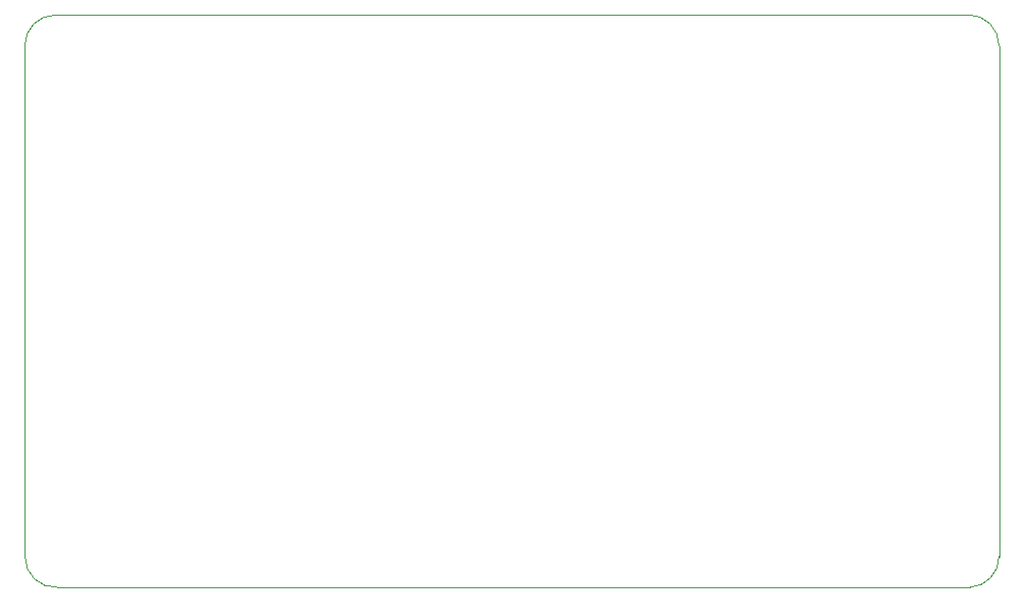
<source format=gbr>
%TF.GenerationSoftware,KiCad,Pcbnew,8.0.6*%
%TF.CreationDate,2025-02-27T22:11:00+05:30*%
%TF.ProjectId,muse-dash-pcb,6d757365-2d64-4617-9368-2d7063622e6b,rev?*%
%TF.SameCoordinates,Original*%
%TF.FileFunction,Profile,NP*%
%FSLAX46Y46*%
G04 Gerber Fmt 4.6, Leading zero omitted, Abs format (unit mm)*
G04 Created by KiCad (PCBNEW 8.0.6) date 2025-02-27 22:11:00*
%MOMM*%
%LPD*%
G01*
G04 APERTURE LIST*
%TA.AperFunction,Profile*%
%ADD10C,0.050000*%
%TD*%
G04 APERTURE END LIST*
D10*
X237248175Y-100095146D02*
X237255146Y-55967000D01*
X155956000Y-102742999D02*
G75*
G02*
X153167980Y-100095146I-136600J2647899D01*
G01*
X237248175Y-100095146D02*
G75*
G02*
X234715145Y-102742972I-2650475J46D01*
G01*
X153142854Y-55985840D02*
G75*
G02*
X155809854Y-53318854I2667046J-60D01*
G01*
X234715146Y-102743000D02*
X155956000Y-102743000D01*
X234588146Y-53300000D02*
G75*
G02*
X237255100Y-55967000I-46J-2667000D01*
G01*
X153168071Y-100095146D02*
X153142854Y-55985840D01*
X155809854Y-53318840D02*
X234588146Y-53300000D01*
M02*

</source>
